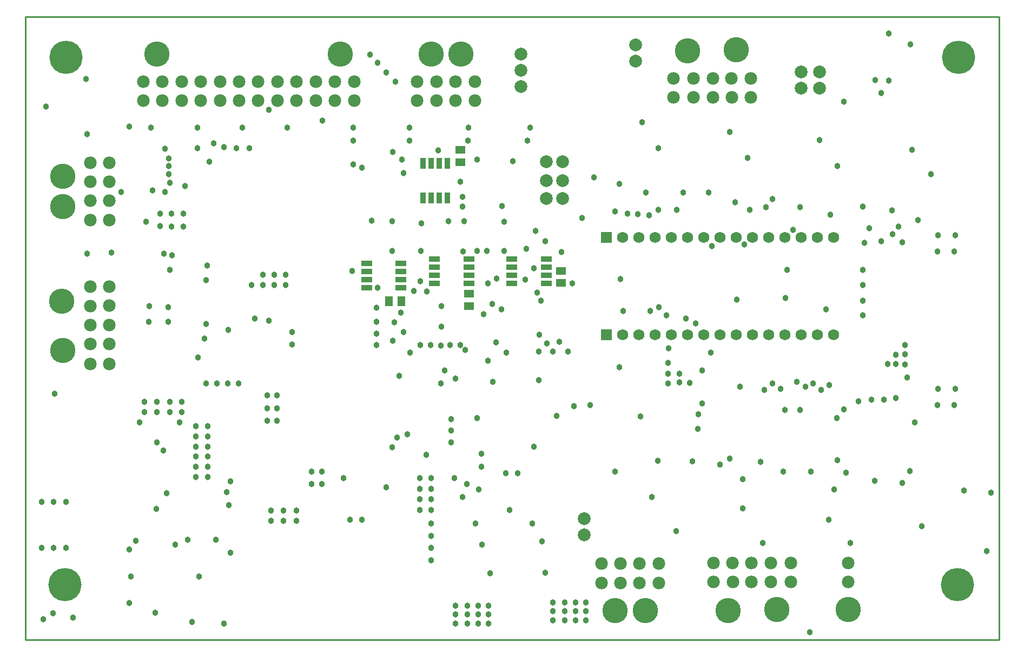
<source format=gbs>
G04*
G04 #@! TF.GenerationSoftware,Altium Limited,Altium Designer,18.1.11 (251)*
G04*
G04 Layer_Color=16711935*
%FSLAX25Y25*%
%MOIN*%
G70*
G01*
G75*
%ADD12C,0.01000*%
%ADD54R,0.06902X0.03359*%
%ADD59C,0.03800*%
%ADD60R,0.04934X0.06312*%
%ADD64R,0.06312X0.04934*%
%ADD73R,0.03359X0.06902*%
%ADD89C,0.07887*%
%ADD90C,0.07800*%
%ADD91C,0.15600*%
%ADD92C,0.20485*%
%ADD93R,0.06824X0.06824*%
%ADD94C,0.06824*%
D12*
X105500Y570500D02*
X705500D01*
X105500Y186500D02*
X705500D01*
Y570500D01*
X105500Y186500D02*
Y570500D01*
D54*
X337130Y418500D02*
D03*
Y413500D02*
D03*
Y408500D02*
D03*
Y403500D02*
D03*
X315870Y418500D02*
D03*
Y413500D02*
D03*
Y408500D02*
D03*
Y403500D02*
D03*
X426630Y421000D02*
D03*
Y416000D02*
D03*
Y411000D02*
D03*
Y406000D02*
D03*
X405370Y421000D02*
D03*
Y416000D02*
D03*
Y411000D02*
D03*
Y406000D02*
D03*
X379000Y421000D02*
D03*
Y416000D02*
D03*
Y411000D02*
D03*
Y406000D02*
D03*
X357740Y421000D02*
D03*
Y416000D02*
D03*
Y411000D02*
D03*
Y406000D02*
D03*
D59*
X414245Y427505D02*
D03*
X390721Y406000D02*
D03*
X442500D02*
D03*
X426065Y431935D02*
D03*
X419000Y415500D02*
D03*
X390000Y426000D02*
D03*
X400646Y426063D02*
D03*
X400500Y444000D02*
D03*
X337130Y388000D02*
D03*
X413500Y408500D02*
D03*
X421000Y400500D02*
D03*
X395839Y409000D02*
D03*
X366240Y444500D02*
D03*
X375344Y425702D02*
D03*
X353000Y401000D02*
D03*
X349100Y407500D02*
D03*
X393280Y393220D02*
D03*
X399000Y390000D02*
D03*
X345000Y401500D02*
D03*
X322500Y403500D02*
D03*
X384000Y426000D02*
D03*
X359968Y487906D02*
D03*
X307063Y413697D02*
D03*
X373500Y468700D02*
D03*
X375000Y459500D02*
D03*
X143000Y532000D02*
D03*
X143500Y498000D02*
D03*
X434500Y370000D02*
D03*
X387000Y245000D02*
D03*
X424063Y247126D02*
D03*
X192500Y276740D02*
D03*
X212500Y225500D02*
D03*
X600500Y260500D02*
D03*
X221500Y492500D02*
D03*
X191500Y489000D02*
D03*
X383000Y258168D02*
D03*
X362000Y379500D02*
D03*
X583000Y328000D02*
D03*
X591000Y344500D02*
D03*
X601000Y343500D02*
D03*
X586250Y342500D02*
D03*
X561000Y340500D02*
D03*
X571000Y341000D02*
D03*
X596000Y340500D02*
D03*
X581000Y345500D02*
D03*
X573500Y328000D02*
D03*
X546000Y342500D02*
D03*
X566000Y344500D02*
D03*
X384000Y482250D02*
D03*
X135000Y200000D02*
D03*
X307500Y479500D02*
D03*
X332000Y487000D02*
D03*
X252000Y411500D02*
D03*
X259000D02*
D03*
X266000D02*
D03*
X415000Y494000D02*
D03*
X184000Y463500D02*
D03*
X203000Y449000D02*
D03*
X195500D02*
D03*
X188500Y441500D02*
D03*
X195500Y441000D02*
D03*
X203000D02*
D03*
X328000Y280500D02*
D03*
X436000Y425500D02*
D03*
X589000Y191000D02*
D03*
X338500Y376000D02*
D03*
X395754Y369754D02*
D03*
X375000Y453500D02*
D03*
X601500Y448500D02*
D03*
X501500Y357000D02*
D03*
Y350500D02*
D03*
X508500D02*
D03*
X515000Y344871D02*
D03*
X508500Y345000D02*
D03*
X547500Y285500D02*
D03*
X558500Y296000D02*
D03*
X406000Y481500D02*
D03*
X176000Y320500D02*
D03*
X204000Y466000D02*
D03*
X637500Y560000D02*
D03*
X230500Y377500D02*
D03*
X194500Y468000D02*
D03*
X217500Y417000D02*
D03*
X640000Y436500D02*
D03*
X633000Y432000D02*
D03*
X528500Y429000D02*
D03*
X490000Y448000D02*
D03*
X621500Y453500D02*
D03*
X370000Y286000D02*
D03*
X377500Y282500D02*
D03*
X385000Y279000D02*
D03*
X495221Y296598D02*
D03*
X361500Y344500D02*
D03*
X370500Y347500D02*
D03*
X123500Y338000D02*
D03*
X313000Y477500D02*
D03*
X483000Y448562D02*
D03*
X307500Y494000D02*
D03*
X500500Y386500D02*
D03*
X496000Y391500D02*
D03*
X512500Y384500D02*
D03*
X333000Y382000D02*
D03*
X349100Y368000D02*
D03*
X332000Y370850D02*
D03*
X361510Y367790D02*
D03*
X522500Y352500D02*
D03*
X528000Y363500D02*
D03*
X520000Y316500D02*
D03*
X520250Y325250D02*
D03*
X610000Y328500D02*
D03*
X605500Y323000D02*
D03*
X490500Y389000D02*
D03*
X474000D02*
D03*
X364000Y352500D02*
D03*
X342500Y363500D02*
D03*
X212000Y360500D02*
D03*
X169625Y242125D02*
D03*
X173500Y247500D02*
D03*
X208250Y197250D02*
D03*
X217000Y381000D02*
D03*
X232000Y240000D02*
D03*
X231000Y269500D02*
D03*
X232000Y284000D02*
D03*
X229500Y277500D02*
D03*
X627000Y334500D02*
D03*
X634500D02*
D03*
X619000Y333500D02*
D03*
X647500Y368000D02*
D03*
X658000Y256500D02*
D03*
X684000Y278500D02*
D03*
X469000Y450500D02*
D03*
X633000Y523500D02*
D03*
X637500Y531000D02*
D03*
X476500Y449000D02*
D03*
X562000Y453000D02*
D03*
X578500Y439000D02*
D03*
X552000Y451500D02*
D03*
X331500Y444500D02*
D03*
X574000Y397000D02*
D03*
X430500Y364000D02*
D03*
X433000Y324500D02*
D03*
X422000Y346500D02*
D03*
X427000Y369000D02*
D03*
X456000Y471500D02*
D03*
X667500Y425858D02*
D03*
X678000D02*
D03*
X678500Y435858D02*
D03*
X668000D02*
D03*
Y341000D02*
D03*
X678500D02*
D03*
X678000Y331000D02*
D03*
X667500D02*
D03*
X639500Y451000D02*
D03*
X583000Y453000D02*
D03*
X471500Y467500D02*
D03*
X526500Y462000D02*
D03*
X266000Y405000D02*
D03*
X259000D02*
D03*
X252000D02*
D03*
X245000D02*
D03*
X448500Y446500D02*
D03*
X642000Y356500D02*
D03*
X647500Y362500D02*
D03*
Y356000D02*
D03*
X642000Y362000D02*
D03*
X637000Y356500D02*
D03*
X599000Y390000D02*
D03*
X548500Y430000D02*
D03*
X613937Y246000D02*
D03*
X606000Y297000D02*
D03*
X451000Y209500D02*
D03*
Y204000D02*
D03*
Y198500D02*
D03*
X444500Y209500D02*
D03*
Y204000D02*
D03*
Y198500D02*
D03*
X430500Y204000D02*
D03*
X438000D02*
D03*
X430500Y198500D02*
D03*
X438000D02*
D03*
X430500Y209500D02*
D03*
X438000D02*
D03*
X378000Y207500D02*
D03*
X370500D02*
D03*
X502000Y366000D02*
D03*
X217000Y408000D02*
D03*
X243500Y489500D02*
D03*
X235500D02*
D03*
X228000Y490000D02*
D03*
X219000Y481000D02*
D03*
X211500Y489500D02*
D03*
X194000Y473500D02*
D03*
Y478500D02*
D03*
Y483000D02*
D03*
X191500Y462500D02*
D03*
X188500Y449000D02*
D03*
X191000Y424500D02*
D03*
X196000Y423500D02*
D03*
X194500Y414500D02*
D03*
X180000Y444000D02*
D03*
X164500Y462500D02*
D03*
X158500Y425000D02*
D03*
X143500Y424500D02*
D03*
X181500Y382500D02*
D03*
X193500D02*
D03*
Y391500D02*
D03*
X182000Y392000D02*
D03*
X338500Y474000D02*
D03*
X547784Y267500D02*
D03*
X390500Y358500D02*
D03*
X376579Y365000D02*
D03*
X373500Y368000D02*
D03*
X260750Y329000D02*
D03*
Y321500D02*
D03*
X254500Y329000D02*
D03*
Y321500D02*
D03*
X260750Y337000D02*
D03*
X254500D02*
D03*
X322500Y542000D02*
D03*
X337500Y482500D02*
D03*
X560000Y246000D02*
D03*
X522500Y332000D02*
D03*
X506783Y253284D02*
D03*
X539500Y298000D02*
D03*
X419000Y305500D02*
D03*
X409000Y289000D02*
D03*
X401500D02*
D03*
X386500Y293000D02*
D03*
Y301000D02*
D03*
X352500Y300500D02*
D03*
X368000Y308000D02*
D03*
Y322500D02*
D03*
X384000Y323000D02*
D03*
X393500Y345500D02*
D03*
X402000Y363500D02*
D03*
X422000Y364000D02*
D03*
X646000Y431500D02*
D03*
X625500Y440000D02*
D03*
X507000Y451500D02*
D03*
X495500Y489500D02*
D03*
X643500Y441000D02*
D03*
X622500Y431000D02*
D03*
X495500Y451500D02*
D03*
X649000Y348000D02*
D03*
X566000Y458000D02*
D03*
X652000Y488500D02*
D03*
X539500Y499500D02*
D03*
X595000Y494500D02*
D03*
X511000Y462000D02*
D03*
X543125Y456125D02*
D03*
X655625Y445125D02*
D03*
X663500Y473500D02*
D03*
X550500Y483500D02*
D03*
X606000Y478500D02*
D03*
X518500Y381500D02*
D03*
X404000Y266500D02*
D03*
X629000Y284500D02*
D03*
X604000Y279000D02*
D03*
X544000Y396000D02*
D03*
X334500Y311000D02*
D03*
X301500Y286000D02*
D03*
X355200Y368000D02*
D03*
X367400D02*
D03*
X698000Y241000D02*
D03*
X491784Y274500D02*
D03*
X700500Y277000D02*
D03*
X650500Y290500D02*
D03*
X611317Y289250D02*
D03*
X646000Y283000D02*
D03*
X589500Y290000D02*
D03*
X572500D02*
D03*
X516500Y296500D02*
D03*
X533500Y294500D02*
D03*
X420000Y438500D02*
D03*
X399250Y453563D02*
D03*
X341000Y313000D02*
D03*
X349180Y426000D02*
D03*
X349500Y443000D02*
D03*
X376000Y444500D02*
D03*
X423437Y395437D02*
D03*
X422282Y374282D02*
D03*
X388000Y387000D02*
D03*
X362000Y392000D02*
D03*
X378468Y494000D02*
D03*
X342250D02*
D03*
X416500Y502000D02*
D03*
X378532D02*
D03*
X342250D02*
D03*
X307500D02*
D03*
X328000Y536000D02*
D03*
X333500Y530500D02*
D03*
X318000Y547000D02*
D03*
X288500Y506500D02*
D03*
X255500Y513000D02*
D03*
X267000Y502000D02*
D03*
X239201D02*
D03*
X211701D02*
D03*
X183000D02*
D03*
X472240Y408740D02*
D03*
X348500Y279500D02*
D03*
X355500D02*
D03*
Y286000D02*
D03*
X348500D02*
D03*
Y273000D02*
D03*
X355500D02*
D03*
Y266500D02*
D03*
X348500D02*
D03*
X374949Y274449D02*
D03*
X418000Y258168D02*
D03*
X392000Y227500D02*
D03*
X426063Y227563D02*
D03*
X443500Y330500D02*
D03*
X453500Y331000D02*
D03*
X116500Y199000D02*
D03*
X122773Y202773D02*
D03*
X621500Y386500D02*
D03*
Y395500D02*
D03*
Y405000D02*
D03*
Y414500D02*
D03*
X575000D02*
D03*
X651000Y553500D02*
D03*
X629246Y531246D02*
D03*
X610000Y518000D02*
D03*
X198000Y245000D02*
D03*
X228000Y196500D02*
D03*
X368000Y315500D02*
D03*
X336000Y349000D02*
D03*
X118201Y515120D02*
D03*
X169750Y502750D02*
D03*
X331786Y426063D02*
D03*
X318857Y444634D02*
D03*
X653500Y320500D02*
D03*
X642000Y335250D02*
D03*
X471500Y354500D02*
D03*
X501500Y344500D02*
D03*
X484500Y323914D02*
D03*
X488000Y462000D02*
D03*
X485630Y505500D02*
D03*
X440000Y364000D02*
D03*
X468870Y290130D02*
D03*
X322000Y368000D02*
D03*
Y375000D02*
D03*
Y382500D02*
D03*
Y391000D02*
D03*
X270000Y376000D02*
D03*
Y368500D02*
D03*
X288250Y290000D02*
D03*
Y282500D02*
D03*
X282000Y290000D02*
D03*
Y282500D02*
D03*
X272500Y266000D02*
D03*
Y259750D02*
D03*
X257000Y266000D02*
D03*
X264500D02*
D03*
X257000Y259750D02*
D03*
X264500D02*
D03*
X194500Y333000D02*
D03*
X202000D02*
D03*
X194500Y326750D02*
D03*
X202000D02*
D03*
X179000Y333000D02*
D03*
X186500D02*
D03*
X179000Y326750D02*
D03*
X186500D02*
D03*
X169532Y209032D02*
D03*
X186760Y308000D02*
D03*
X237000Y344500D02*
D03*
X230333D02*
D03*
X223667D02*
D03*
X217000D02*
D03*
X255500Y383000D02*
D03*
X216000Y372000D02*
D03*
X247000Y384500D02*
D03*
X331740Y304914D02*
D03*
X355500Y235500D02*
D03*
Y243000D02*
D03*
Y250500D02*
D03*
Y258000D02*
D03*
X313000Y260500D02*
D03*
X305500D02*
D03*
X218000Y286750D02*
D03*
X210500D02*
D03*
X218000Y293000D02*
D03*
X210500D02*
D03*
Y305500D02*
D03*
X218000D02*
D03*
X210500Y299250D02*
D03*
X218000D02*
D03*
Y311750D02*
D03*
X210500D02*
D03*
X218000Y318000D02*
D03*
X210500D02*
D03*
X378000Y196500D02*
D03*
X370500D02*
D03*
X378000Y202000D02*
D03*
X370500D02*
D03*
X384500Y196500D02*
D03*
Y202000D02*
D03*
Y207500D02*
D03*
X391000Y196500D02*
D03*
Y202000D02*
D03*
Y207500D02*
D03*
X223000Y248000D02*
D03*
X170500Y225500D02*
D03*
X185500Y203000D02*
D03*
X205500Y248000D02*
D03*
X186386Y267000D02*
D03*
X200500Y320500D02*
D03*
X190500Y303000D02*
D03*
X130500Y271500D02*
D03*
X123000D02*
D03*
X115500D02*
D03*
X130500Y243000D02*
D03*
X123000D02*
D03*
X115500D02*
D03*
D60*
X329760Y395100D02*
D03*
X337240D02*
D03*
D64*
X379000Y392100D02*
D03*
Y399580D02*
D03*
X373500Y488240D02*
D03*
Y480760D02*
D03*
X435500Y413740D02*
D03*
Y406260D02*
D03*
D73*
X350500Y480130D02*
D03*
X355500D02*
D03*
X360500D02*
D03*
X365500D02*
D03*
X350500Y458870D02*
D03*
X355500D02*
D03*
X360500D02*
D03*
X365500D02*
D03*
D89*
X411000Y527500D02*
D03*
Y537500D02*
D03*
Y547500D02*
D03*
X450000Y251000D02*
D03*
Y261000D02*
D03*
X436500Y458500D02*
D03*
X426500D02*
D03*
X436500Y469500D02*
D03*
X426500D02*
D03*
X436500Y481000D02*
D03*
X426500D02*
D03*
X583500Y536500D02*
D03*
Y526500D02*
D03*
X595000Y536500D02*
D03*
Y526500D02*
D03*
X481500Y553000D02*
D03*
Y543000D02*
D03*
D90*
X382500Y518700D02*
D03*
X370700D02*
D03*
Y530500D02*
D03*
X382500D02*
D03*
X358900D02*
D03*
X347100D02*
D03*
Y518700D02*
D03*
X358900D02*
D03*
X484100Y233300D02*
D03*
X495900D02*
D03*
Y221500D02*
D03*
X484100D02*
D03*
X460500D02*
D03*
X472300D02*
D03*
Y233300D02*
D03*
X460500D02*
D03*
X612500Y222000D02*
D03*
Y233800D02*
D03*
X308200Y518700D02*
D03*
X296400D02*
D03*
Y530500D02*
D03*
X308200D02*
D03*
X190100Y518700D02*
D03*
X178300D02*
D03*
Y530500D02*
D03*
X190100D02*
D03*
X284600D02*
D03*
X201900D02*
D03*
Y518700D02*
D03*
X213700D02*
D03*
X213500Y530500D02*
D03*
X272700D02*
D03*
X237300D02*
D03*
X249100D02*
D03*
X225500D02*
D03*
X260900D02*
D03*
Y518700D02*
D03*
X225500D02*
D03*
X249100D02*
D03*
X237300D02*
D03*
X272700D02*
D03*
X284600D02*
D03*
X157300Y404100D02*
D03*
X145500D02*
D03*
Y392100D02*
D03*
X157300Y392300D02*
D03*
Y380500D02*
D03*
X145500D02*
D03*
Y368700D02*
D03*
Y356400D02*
D03*
X157300D02*
D03*
Y368700D02*
D03*
Y456900D02*
D03*
Y445100D02*
D03*
X145500D02*
D03*
Y456900D02*
D03*
Y480500D02*
D03*
Y468700D02*
D03*
X157300D02*
D03*
Y480500D02*
D03*
X564900Y233800D02*
D03*
X577200D02*
D03*
Y222000D02*
D03*
X564900D02*
D03*
X553100D02*
D03*
Y233800D02*
D03*
X541300D02*
D03*
X541500Y222000D02*
D03*
X529500D02*
D03*
Y233800D02*
D03*
X517400Y520700D02*
D03*
X505100D02*
D03*
Y532500D02*
D03*
X517400D02*
D03*
X529200D02*
D03*
Y520700D02*
D03*
X541000D02*
D03*
X540800Y532500D02*
D03*
X552800D02*
D03*
Y520700D02*
D03*
D91*
X374000Y547500D02*
D03*
X355500D02*
D03*
X487500Y204500D02*
D03*
X469000D02*
D03*
X612500Y205000D02*
D03*
X186700Y547500D02*
D03*
X299700D02*
D03*
X128000Y395100D02*
D03*
X128500Y364800D02*
D03*
Y453500D02*
D03*
Y472000D02*
D03*
X568800Y205000D02*
D03*
X538500Y204500D02*
D03*
X513500Y549500D02*
D03*
X543800Y550000D02*
D03*
D92*
X130500Y545500D02*
D03*
X680500D02*
D03*
X130000Y220500D02*
D03*
X680000D02*
D03*
D93*
X463500Y374500D02*
D03*
Y434500D02*
D03*
D94*
X473500Y374500D02*
D03*
Y434500D02*
D03*
X483500Y374500D02*
D03*
Y434500D02*
D03*
X493500Y374500D02*
D03*
Y434500D02*
D03*
X503500Y374500D02*
D03*
Y434500D02*
D03*
X513500Y374500D02*
D03*
Y434500D02*
D03*
X523500Y374500D02*
D03*
Y434500D02*
D03*
X533500Y374500D02*
D03*
Y434500D02*
D03*
X543500Y374500D02*
D03*
Y434500D02*
D03*
X553500Y374500D02*
D03*
Y434500D02*
D03*
X563500Y374500D02*
D03*
Y434500D02*
D03*
X573500Y374500D02*
D03*
Y434500D02*
D03*
X583500Y374500D02*
D03*
Y434500D02*
D03*
X593500Y374500D02*
D03*
Y434500D02*
D03*
X603500Y374500D02*
D03*
Y434500D02*
D03*
M02*

</source>
